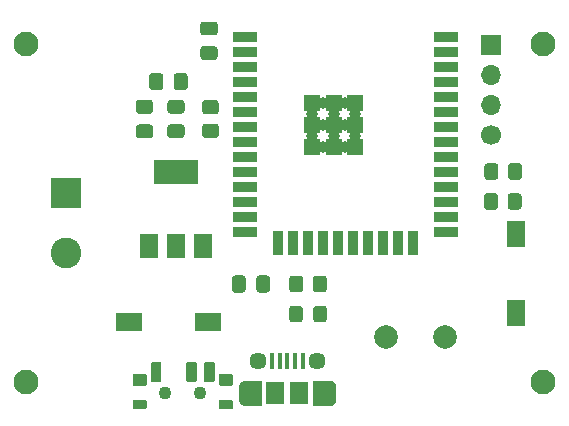
<source format=gts>
G04 #@! TF.GenerationSoftware,KiCad,Pcbnew,(5.1.9)-1*
G04 #@! TF.CreationDate,2021-04-12T15:06:02+02:00*
G04 #@! TF.ProjectId,eerste_versie,65657273-7465-45f7-9665-727369652e6b,rev?*
G04 #@! TF.SameCoordinates,Original*
G04 #@! TF.FileFunction,Soldermask,Top*
G04 #@! TF.FilePolarity,Negative*
%FSLAX46Y46*%
G04 Gerber Fmt 4.6, Leading zero omitted, Abs format (unit mm)*
G04 Created by KiCad (PCBNEW (5.1.9)-1) date 2021-04-12 15:06:02*
%MOMM*%
%LPD*%
G01*
G04 APERTURE LIST*
%ADD10C,0.000100*%
%ADD11C,1.102360*%
%ADD12R,2.600000X2.600000*%
%ADD13C,2.600000*%
%ADD14R,1.700000X1.700000*%
%ADD15O,1.700000X1.700000*%
%ADD16C,1.700000*%
%ADD17R,0.400000X1.350000*%
%ADD18C,1.450000*%
%ADD19R,1.500000X1.900000*%
%ADD20R,2.300000X1.500000*%
%ADD21R,1.500000X2.300000*%
%ADD22C,2.100000*%
%ADD23C,2.000000*%
%ADD24R,3.800000X2.000000*%
%ADD25R,1.500000X2.000000*%
%ADD26R,2.000000X0.900000*%
%ADD27R,0.900000X2.000000*%
%ADD28R,1.330000X1.330000*%
%ADD29C,1.000000*%
G04 APERTURE END LIST*
D10*
G36*
X131653400Y-135805200D02*
G01*
X132953400Y-135805200D01*
X132953400Y-137905200D01*
X131653400Y-137905200D01*
X131623307Y-137904412D01*
X131593296Y-137902050D01*
X131563450Y-137898121D01*
X131533851Y-137892635D01*
X131504579Y-137885607D01*
X131475715Y-137877057D01*
X131447338Y-137867009D01*
X131419526Y-137855489D01*
X131392355Y-137842529D01*
X131365900Y-137828165D01*
X131340233Y-137812436D01*
X131315423Y-137795385D01*
X131291541Y-137777059D01*
X131268650Y-137757508D01*
X131246814Y-137736786D01*
X131226092Y-137714950D01*
X131206541Y-137692059D01*
X131188215Y-137668177D01*
X131171164Y-137643367D01*
X131155435Y-137617700D01*
X131141071Y-137591245D01*
X131128111Y-137564074D01*
X131116591Y-137536262D01*
X131106543Y-137507885D01*
X131097993Y-137479021D01*
X131090965Y-137449749D01*
X131085479Y-137420150D01*
X131081550Y-137390304D01*
X131079188Y-137360293D01*
X131078400Y-137330200D01*
X131078400Y-136380200D01*
X131079188Y-136350107D01*
X131081550Y-136320096D01*
X131085479Y-136290250D01*
X131090965Y-136260651D01*
X131097993Y-136231379D01*
X131106543Y-136202515D01*
X131116591Y-136174138D01*
X131128111Y-136146326D01*
X131141071Y-136119155D01*
X131155435Y-136092700D01*
X131171164Y-136067033D01*
X131188215Y-136042223D01*
X131206541Y-136018341D01*
X131226092Y-135995450D01*
X131246814Y-135973614D01*
X131268650Y-135952892D01*
X131291541Y-135933341D01*
X131315423Y-135915015D01*
X131340233Y-135897964D01*
X131365900Y-135882235D01*
X131392355Y-135867871D01*
X131419526Y-135854911D01*
X131447338Y-135843391D01*
X131475715Y-135833343D01*
X131504579Y-135824793D01*
X131533851Y-135817765D01*
X131563450Y-135812279D01*
X131593296Y-135808350D01*
X131623307Y-135805988D01*
X131653400Y-135805200D01*
G37*
X131653400Y-135805200D02*
X132953400Y-135805200D01*
X132953400Y-137905200D01*
X131653400Y-137905200D01*
X131623307Y-137904412D01*
X131593296Y-137902050D01*
X131563450Y-137898121D01*
X131533851Y-137892635D01*
X131504579Y-137885607D01*
X131475715Y-137877057D01*
X131447338Y-137867009D01*
X131419526Y-137855489D01*
X131392355Y-137842529D01*
X131365900Y-137828165D01*
X131340233Y-137812436D01*
X131315423Y-137795385D01*
X131291541Y-137777059D01*
X131268650Y-137757508D01*
X131246814Y-137736786D01*
X131226092Y-137714950D01*
X131206541Y-137692059D01*
X131188215Y-137668177D01*
X131171164Y-137643367D01*
X131155435Y-137617700D01*
X131141071Y-137591245D01*
X131128111Y-137564074D01*
X131116591Y-137536262D01*
X131106543Y-137507885D01*
X131097993Y-137479021D01*
X131090965Y-137449749D01*
X131085479Y-137420150D01*
X131081550Y-137390304D01*
X131079188Y-137360293D01*
X131078400Y-137330200D01*
X131078400Y-136380200D01*
X131079188Y-136350107D01*
X131081550Y-136320096D01*
X131085479Y-136290250D01*
X131090965Y-136260651D01*
X131097993Y-136231379D01*
X131106543Y-136202515D01*
X131116591Y-136174138D01*
X131128111Y-136146326D01*
X131141071Y-136119155D01*
X131155435Y-136092700D01*
X131171164Y-136067033D01*
X131188215Y-136042223D01*
X131206541Y-136018341D01*
X131226092Y-135995450D01*
X131246814Y-135973614D01*
X131268650Y-135952892D01*
X131291541Y-135933341D01*
X131315423Y-135915015D01*
X131340233Y-135897964D01*
X131365900Y-135882235D01*
X131392355Y-135867871D01*
X131419526Y-135854911D01*
X131447338Y-135843391D01*
X131475715Y-135833343D01*
X131504579Y-135824793D01*
X131533851Y-135817765D01*
X131563450Y-135812279D01*
X131593296Y-135808350D01*
X131623307Y-135805988D01*
X131653400Y-135805200D01*
G36*
X138653400Y-135805200D02*
G01*
X137353400Y-135805200D01*
X137353400Y-137905200D01*
X138653400Y-137905200D01*
X138683493Y-137904412D01*
X138713504Y-137902050D01*
X138743350Y-137898121D01*
X138772949Y-137892635D01*
X138802221Y-137885607D01*
X138831085Y-137877057D01*
X138859462Y-137867009D01*
X138887274Y-137855489D01*
X138914445Y-137842529D01*
X138940900Y-137828165D01*
X138966567Y-137812436D01*
X138991377Y-137795385D01*
X139015259Y-137777059D01*
X139038150Y-137757508D01*
X139059986Y-137736786D01*
X139080708Y-137714950D01*
X139100259Y-137692059D01*
X139118585Y-137668177D01*
X139135636Y-137643367D01*
X139151365Y-137617700D01*
X139165729Y-137591245D01*
X139178689Y-137564074D01*
X139190209Y-137536262D01*
X139200257Y-137507885D01*
X139208807Y-137479021D01*
X139215835Y-137449749D01*
X139221321Y-137420150D01*
X139225250Y-137390304D01*
X139227612Y-137360293D01*
X139228400Y-137330200D01*
X139228400Y-136380200D01*
X139227612Y-136350107D01*
X139225250Y-136320096D01*
X139221321Y-136290250D01*
X139215835Y-136260651D01*
X139208807Y-136231379D01*
X139200257Y-136202515D01*
X139190209Y-136174138D01*
X139178689Y-136146326D01*
X139165729Y-136119155D01*
X139151365Y-136092700D01*
X139135636Y-136067033D01*
X139118585Y-136042223D01*
X139100259Y-136018341D01*
X139080708Y-135995450D01*
X139059986Y-135973614D01*
X139038150Y-135952892D01*
X139015259Y-135933341D01*
X138991377Y-135915015D01*
X138966567Y-135897964D01*
X138940900Y-135882235D01*
X138914445Y-135867871D01*
X138887274Y-135854911D01*
X138859462Y-135843391D01*
X138831085Y-135833343D01*
X138802221Y-135824793D01*
X138772949Y-135817765D01*
X138743350Y-135812279D01*
X138713504Y-135808350D01*
X138683493Y-135805988D01*
X138653400Y-135805200D01*
G37*
X138653400Y-135805200D02*
X137353400Y-135805200D01*
X137353400Y-137905200D01*
X138653400Y-137905200D01*
X138683493Y-137904412D01*
X138713504Y-137902050D01*
X138743350Y-137898121D01*
X138772949Y-137892635D01*
X138802221Y-137885607D01*
X138831085Y-137877057D01*
X138859462Y-137867009D01*
X138887274Y-137855489D01*
X138914445Y-137842529D01*
X138940900Y-137828165D01*
X138966567Y-137812436D01*
X138991377Y-137795385D01*
X139015259Y-137777059D01*
X139038150Y-137757508D01*
X139059986Y-137736786D01*
X139080708Y-137714950D01*
X139100259Y-137692059D01*
X139118585Y-137668177D01*
X139135636Y-137643367D01*
X139151365Y-137617700D01*
X139165729Y-137591245D01*
X139178689Y-137564074D01*
X139190209Y-137536262D01*
X139200257Y-137507885D01*
X139208807Y-137479021D01*
X139215835Y-137449749D01*
X139221321Y-137420150D01*
X139225250Y-137390304D01*
X139227612Y-137360293D01*
X139228400Y-137330200D01*
X139228400Y-136380200D01*
X139227612Y-136350107D01*
X139225250Y-136320096D01*
X139221321Y-136290250D01*
X139215835Y-136260651D01*
X139208807Y-136231379D01*
X139200257Y-136202515D01*
X139190209Y-136174138D01*
X139178689Y-136146326D01*
X139165729Y-136119155D01*
X139151365Y-136092700D01*
X139135636Y-136067033D01*
X139118585Y-136042223D01*
X139100259Y-136018341D01*
X139080708Y-135995450D01*
X139059986Y-135973614D01*
X139038150Y-135952892D01*
X139015259Y-135933341D01*
X138991377Y-135915015D01*
X138966567Y-135897964D01*
X138940900Y-135882235D01*
X138914445Y-135867871D01*
X138887274Y-135854911D01*
X138859462Y-135843391D01*
X138831085Y-135833343D01*
X138802221Y-135824793D01*
X138772949Y-135817765D01*
X138743350Y-135812279D01*
X138713504Y-135808350D01*
X138683493Y-135805988D01*
X138653400Y-135805200D01*
D11*
X124802900Y-136842500D03*
X127800100Y-136842500D03*
G36*
G01*
X123252230Y-135343900D02*
X123252230Y-136141460D01*
G75*
G02*
X123150630Y-136243060I-101600J0D01*
G01*
X122152410Y-136243060D01*
G75*
G02*
X122050810Y-136141460I0J101600D01*
G01*
X122050810Y-135343900D01*
G75*
G02*
X122152410Y-135242300I101600J0D01*
G01*
X123150630Y-135242300D01*
G75*
G02*
X123252230Y-135343900I0J-101600D01*
G01*
G37*
G36*
G01*
X123252230Y-137541000D02*
X123252230Y-138140440D01*
G75*
G02*
X123150630Y-138242040I-101600J0D01*
G01*
X122152410Y-138242040D01*
G75*
G02*
X122050810Y-138140440I0J101600D01*
G01*
X122050810Y-137541000D01*
G75*
G02*
X122152410Y-137439400I101600J0D01*
G01*
X123150630Y-137439400D01*
G75*
G02*
X123252230Y-137541000I0J-101600D01*
G01*
G37*
G36*
G01*
X130552190Y-135343900D02*
X130552190Y-136141460D01*
G75*
G02*
X130450590Y-136243060I-101600J0D01*
G01*
X129452370Y-136243060D01*
G75*
G02*
X129350770Y-136141460I0J101600D01*
G01*
X129350770Y-135343900D01*
G75*
G02*
X129452370Y-135242300I101600J0D01*
G01*
X130450590Y-135242300D01*
G75*
G02*
X130552190Y-135343900I0J-101600D01*
G01*
G37*
G36*
G01*
X130552190Y-137541000D02*
X130552190Y-138140440D01*
G75*
G02*
X130450590Y-138242040I-101600J0D01*
G01*
X129452370Y-138242040D01*
G75*
G02*
X129350770Y-138140440I0J101600D01*
G01*
X129350770Y-137541000D01*
G75*
G02*
X129452370Y-137439400I101600J0D01*
G01*
X130450590Y-137439400D01*
G75*
G02*
X130552190Y-137541000I0J-101600D01*
G01*
G37*
G36*
G01*
X123602750Y-135844280D02*
X123602750Y-134345680D01*
G75*
G02*
X123704350Y-134244080I101600J0D01*
G01*
X124402850Y-134244080D01*
G75*
G02*
X124504450Y-134345680I0J-101600D01*
G01*
X124504450Y-135844280D01*
G75*
G02*
X124402850Y-135945880I-101600J0D01*
G01*
X123704350Y-135945880D01*
G75*
G02*
X123602750Y-135844280I0J101600D01*
G01*
G37*
G36*
G01*
X126599950Y-135844280D02*
X126599950Y-134345680D01*
G75*
G02*
X126701550Y-134244080I101600J0D01*
G01*
X127400050Y-134244080D01*
G75*
G02*
X127501650Y-134345680I0J-101600D01*
G01*
X127501650Y-135844280D01*
G75*
G02*
X127400050Y-135945880I-101600J0D01*
G01*
X126701550Y-135945880D01*
G75*
G02*
X126599950Y-135844280I0J101600D01*
G01*
G37*
G36*
G01*
X128098550Y-135844280D02*
X128098550Y-134345680D01*
G75*
G02*
X128200150Y-134244080I101600J0D01*
G01*
X128898650Y-134244080D01*
G75*
G02*
X129000250Y-134345680I0J-101600D01*
G01*
X129000250Y-135844280D01*
G75*
G02*
X128898650Y-135945880I-101600J0D01*
G01*
X128200150Y-135945880D01*
G75*
G02*
X128098550Y-135844280I0J101600D01*
G01*
G37*
G36*
G01*
X153032000Y-117659999D02*
X153032000Y-118560001D01*
G75*
G02*
X152782001Y-118810000I-249999J0D01*
G01*
X152081999Y-118810000D01*
G75*
G02*
X151832000Y-118560001I0J249999D01*
G01*
X151832000Y-117659999D01*
G75*
G02*
X152081999Y-117410000I249999J0D01*
G01*
X152782001Y-117410000D01*
G75*
G02*
X153032000Y-117659999I0J-249999D01*
G01*
G37*
G36*
G01*
X155032000Y-117659999D02*
X155032000Y-118560001D01*
G75*
G02*
X154782001Y-118810000I-249999J0D01*
G01*
X154081999Y-118810000D01*
G75*
G02*
X153832000Y-118560001I0J249999D01*
G01*
X153832000Y-117659999D01*
G75*
G02*
X154081999Y-117410000I249999J0D01*
G01*
X154782001Y-117410000D01*
G75*
G02*
X155032000Y-117659999I0J-249999D01*
G01*
G37*
D12*
X116459000Y-119888000D03*
D13*
X116459000Y-124968000D03*
D14*
X152400000Y-107410000D03*
D15*
X152400000Y-109950000D03*
X152400000Y-112490000D03*
D16*
X152400000Y-115030000D03*
G36*
G01*
X125255000Y-114115000D02*
X126205000Y-114115000D01*
G75*
G02*
X126455000Y-114365000I0J-250000D01*
G01*
X126455000Y-115040000D01*
G75*
G02*
X126205000Y-115290000I-250000J0D01*
G01*
X125255000Y-115290000D01*
G75*
G02*
X125005000Y-115040000I0J250000D01*
G01*
X125005000Y-114365000D01*
G75*
G02*
X125255000Y-114115000I250000J0D01*
G01*
G37*
G36*
G01*
X125255000Y-112040000D02*
X126205000Y-112040000D01*
G75*
G02*
X126455000Y-112290000I0J-250000D01*
G01*
X126455000Y-112965000D01*
G75*
G02*
X126205000Y-113215000I-250000J0D01*
G01*
X125255000Y-113215000D01*
G75*
G02*
X125005000Y-112965000I0J250000D01*
G01*
X125005000Y-112290000D01*
G75*
G02*
X125255000Y-112040000I250000J0D01*
G01*
G37*
G36*
G01*
X123538000Y-113215000D02*
X122588000Y-113215000D01*
G75*
G02*
X122338000Y-112965000I0J250000D01*
G01*
X122338000Y-112290000D01*
G75*
G02*
X122588000Y-112040000I250000J0D01*
G01*
X123538000Y-112040000D01*
G75*
G02*
X123788000Y-112290000I0J-250000D01*
G01*
X123788000Y-112965000D01*
G75*
G02*
X123538000Y-113215000I-250000J0D01*
G01*
G37*
G36*
G01*
X123538000Y-115290000D02*
X122588000Y-115290000D01*
G75*
G02*
X122338000Y-115040000I0J250000D01*
G01*
X122338000Y-114365000D01*
G75*
G02*
X122588000Y-114115000I250000J0D01*
G01*
X123538000Y-114115000D01*
G75*
G02*
X123788000Y-114365000I0J-250000D01*
G01*
X123788000Y-115040000D01*
G75*
G02*
X123538000Y-115290000I-250000J0D01*
G01*
G37*
D17*
X136453400Y-134180200D03*
X135803400Y-134180200D03*
X135153400Y-134180200D03*
X134503400Y-134180200D03*
X133853400Y-134180200D03*
D18*
X137653400Y-134155200D03*
X132653400Y-134155200D03*
D19*
X136153400Y-136855200D03*
X134153400Y-136855200D03*
D20*
X128445000Y-130810000D03*
X121745000Y-130810000D03*
D21*
X154559000Y-123396000D03*
X154559000Y-130096000D03*
D22*
X156845000Y-135890000D03*
X113030000Y-107315000D03*
X156845000Y-107315000D03*
X113030000Y-135890000D03*
G36*
G01*
X136506000Y-127184999D02*
X136506000Y-128085001D01*
G75*
G02*
X136256001Y-128335000I-249999J0D01*
G01*
X135555999Y-128335000D01*
G75*
G02*
X135306000Y-128085001I0J249999D01*
G01*
X135306000Y-127184999D01*
G75*
G02*
X135555999Y-126935000I249999J0D01*
G01*
X136256001Y-126935000D01*
G75*
G02*
X136506000Y-127184999I0J-249999D01*
G01*
G37*
G36*
G01*
X138506000Y-127184999D02*
X138506000Y-128085001D01*
G75*
G02*
X138256001Y-128335000I-249999J0D01*
G01*
X137555999Y-128335000D01*
G75*
G02*
X137306000Y-128085001I0J249999D01*
G01*
X137306000Y-127184999D01*
G75*
G02*
X137555999Y-126935000I249999J0D01*
G01*
X138256001Y-126935000D01*
G75*
G02*
X138506000Y-127184999I0J-249999D01*
G01*
G37*
G36*
G01*
X137356000Y-130625001D02*
X137356000Y-129724999D01*
G75*
G02*
X137605999Y-129475000I249999J0D01*
G01*
X138256001Y-129475000D01*
G75*
G02*
X138506000Y-129724999I0J-249999D01*
G01*
X138506000Y-130625001D01*
G75*
G02*
X138256001Y-130875000I-249999J0D01*
G01*
X137605999Y-130875000D01*
G75*
G02*
X137356000Y-130625001I0J249999D01*
G01*
G37*
G36*
G01*
X135306000Y-130625001D02*
X135306000Y-129724999D01*
G75*
G02*
X135555999Y-129475000I249999J0D01*
G01*
X136206001Y-129475000D01*
G75*
G02*
X136456000Y-129724999I0J-249999D01*
G01*
X136456000Y-130625001D01*
G75*
G02*
X136206001Y-130875000I-249999J0D01*
G01*
X135555999Y-130875000D01*
G75*
G02*
X135306000Y-130625001I0J249999D01*
G01*
G37*
D23*
X148550000Y-132080000D03*
X143550000Y-132080000D03*
G36*
G01*
X126720000Y-110015000D02*
X126720000Y-110965000D01*
G75*
G02*
X126470000Y-111215000I-250000J0D01*
G01*
X125795000Y-111215000D01*
G75*
G02*
X125545000Y-110965000I0J250000D01*
G01*
X125545000Y-110015000D01*
G75*
G02*
X125795000Y-109765000I250000J0D01*
G01*
X126470000Y-109765000D01*
G75*
G02*
X126720000Y-110015000I0J-250000D01*
G01*
G37*
G36*
G01*
X124645000Y-110015000D02*
X124645000Y-110965000D01*
G75*
G02*
X124395000Y-111215000I-250000J0D01*
G01*
X123720000Y-111215000D01*
G75*
G02*
X123470000Y-110965000I0J250000D01*
G01*
X123470000Y-110015000D01*
G75*
G02*
X123720000Y-109765000I250000J0D01*
G01*
X124395000Y-109765000D01*
G75*
G02*
X124645000Y-110015000I0J-250000D01*
G01*
G37*
G36*
G01*
X153000000Y-120199999D02*
X153000000Y-121100001D01*
G75*
G02*
X152750001Y-121350000I-249999J0D01*
G01*
X152049999Y-121350000D01*
G75*
G02*
X151800000Y-121100001I0J249999D01*
G01*
X151800000Y-120199999D01*
G75*
G02*
X152049999Y-119950000I249999J0D01*
G01*
X152750001Y-119950000D01*
G75*
G02*
X153000000Y-120199999I0J-249999D01*
G01*
G37*
G36*
G01*
X155000000Y-120199999D02*
X155000000Y-121100001D01*
G75*
G02*
X154750001Y-121350000I-249999J0D01*
G01*
X154049999Y-121350000D01*
G75*
G02*
X153800000Y-121100001I0J249999D01*
G01*
X153800000Y-120199999D01*
G75*
G02*
X154049999Y-119950000I249999J0D01*
G01*
X154750001Y-119950000D01*
G75*
G02*
X155000000Y-120199999I0J-249999D01*
G01*
G37*
G36*
G01*
X128049000Y-107489500D02*
X128999000Y-107489500D01*
G75*
G02*
X129249000Y-107739500I0J-250000D01*
G01*
X129249000Y-108414500D01*
G75*
G02*
X128999000Y-108664500I-250000J0D01*
G01*
X128049000Y-108664500D01*
G75*
G02*
X127799000Y-108414500I0J250000D01*
G01*
X127799000Y-107739500D01*
G75*
G02*
X128049000Y-107489500I250000J0D01*
G01*
G37*
G36*
G01*
X128049000Y-105414500D02*
X128999000Y-105414500D01*
G75*
G02*
X129249000Y-105664500I0J-250000D01*
G01*
X129249000Y-106339500D01*
G75*
G02*
X128999000Y-106589500I-250000J0D01*
G01*
X128049000Y-106589500D01*
G75*
G02*
X127799000Y-106339500I0J250000D01*
G01*
X127799000Y-105664500D01*
G75*
G02*
X128049000Y-105414500I250000J0D01*
G01*
G37*
G36*
G01*
X130455000Y-128110000D02*
X130455000Y-127160000D01*
G75*
G02*
X130705000Y-126910000I250000J0D01*
G01*
X131380000Y-126910000D01*
G75*
G02*
X131630000Y-127160000I0J-250000D01*
G01*
X131630000Y-128110000D01*
G75*
G02*
X131380000Y-128360000I-250000J0D01*
G01*
X130705000Y-128360000D01*
G75*
G02*
X130455000Y-128110000I0J250000D01*
G01*
G37*
G36*
G01*
X132530000Y-128110000D02*
X132530000Y-127160000D01*
G75*
G02*
X132780000Y-126910000I250000J0D01*
G01*
X133455000Y-126910000D01*
G75*
G02*
X133705000Y-127160000I0J-250000D01*
G01*
X133705000Y-128110000D01*
G75*
G02*
X133455000Y-128360000I-250000J0D01*
G01*
X132780000Y-128360000D01*
G75*
G02*
X132530000Y-128110000I0J250000D01*
G01*
G37*
D24*
X125730000Y-118110000D03*
D25*
X125730000Y-124410000D03*
X128030000Y-124410000D03*
X123430000Y-124410000D03*
D26*
X131590000Y-123190000D03*
X131590000Y-121920000D03*
X131590000Y-120650000D03*
X131590000Y-119380000D03*
X131590000Y-118110000D03*
X131590000Y-116840000D03*
X131590000Y-115570000D03*
X131590000Y-114300000D03*
X131590000Y-113030000D03*
X131590000Y-111760000D03*
X131590000Y-110490000D03*
X131590000Y-109220000D03*
X131590000Y-107950000D03*
X131590000Y-106680000D03*
X148590000Y-123190000D03*
X148590000Y-121920000D03*
X148590000Y-120650000D03*
X148590000Y-119380000D03*
X148590000Y-118110000D03*
X148590000Y-116840000D03*
X148590000Y-115570000D03*
X148590000Y-114300000D03*
X148590000Y-113030000D03*
X148590000Y-111760000D03*
X148590000Y-110490000D03*
X148590000Y-109220000D03*
X148590000Y-107950000D03*
X148590000Y-106680000D03*
D27*
X140725000Y-124190000D03*
X141995000Y-124190000D03*
X143265000Y-124190000D03*
X144535000Y-124190000D03*
X145805000Y-124190000D03*
X139455000Y-124190000D03*
X138185000Y-124190000D03*
X136915000Y-124190000D03*
X135645000Y-124190000D03*
X134375000Y-124190000D03*
D28*
X139090000Y-114180000D03*
X137255000Y-114180000D03*
X140925000Y-114180000D03*
X139090000Y-112345000D03*
X137255000Y-112345000D03*
X140925000Y-112345000D03*
X139090000Y-116015000D03*
X137255000Y-116015000D03*
X140925000Y-116015000D03*
D29*
X139090000Y-113262500D03*
X137255000Y-113262500D03*
X140925000Y-113262500D03*
X137255000Y-115097500D03*
X139090000Y-115097500D03*
X140925000Y-115097500D03*
X138172500Y-114180000D03*
X140007500Y-114180000D03*
X138172500Y-112345000D03*
X140007500Y-112345000D03*
X138172500Y-116015000D03*
X140007500Y-116015000D03*
G36*
G01*
X129101001Y-113265000D02*
X128200999Y-113265000D01*
G75*
G02*
X127951000Y-113015001I0J249999D01*
G01*
X127951000Y-112314999D01*
G75*
G02*
X128200999Y-112065000I249999J0D01*
G01*
X129101001Y-112065000D01*
G75*
G02*
X129351000Y-112314999I0J-249999D01*
G01*
X129351000Y-113015001D01*
G75*
G02*
X129101001Y-113265000I-249999J0D01*
G01*
G37*
G36*
G01*
X129101001Y-115265000D02*
X128200999Y-115265000D01*
G75*
G02*
X127951000Y-115015001I0J249999D01*
G01*
X127951000Y-114314999D01*
G75*
G02*
X128200999Y-114065000I249999J0D01*
G01*
X129101001Y-114065000D01*
G75*
G02*
X129351000Y-114314999I0J-249999D01*
G01*
X129351000Y-115015001D01*
G75*
G02*
X129101001Y-115265000I-249999J0D01*
G01*
G37*
M02*

</source>
